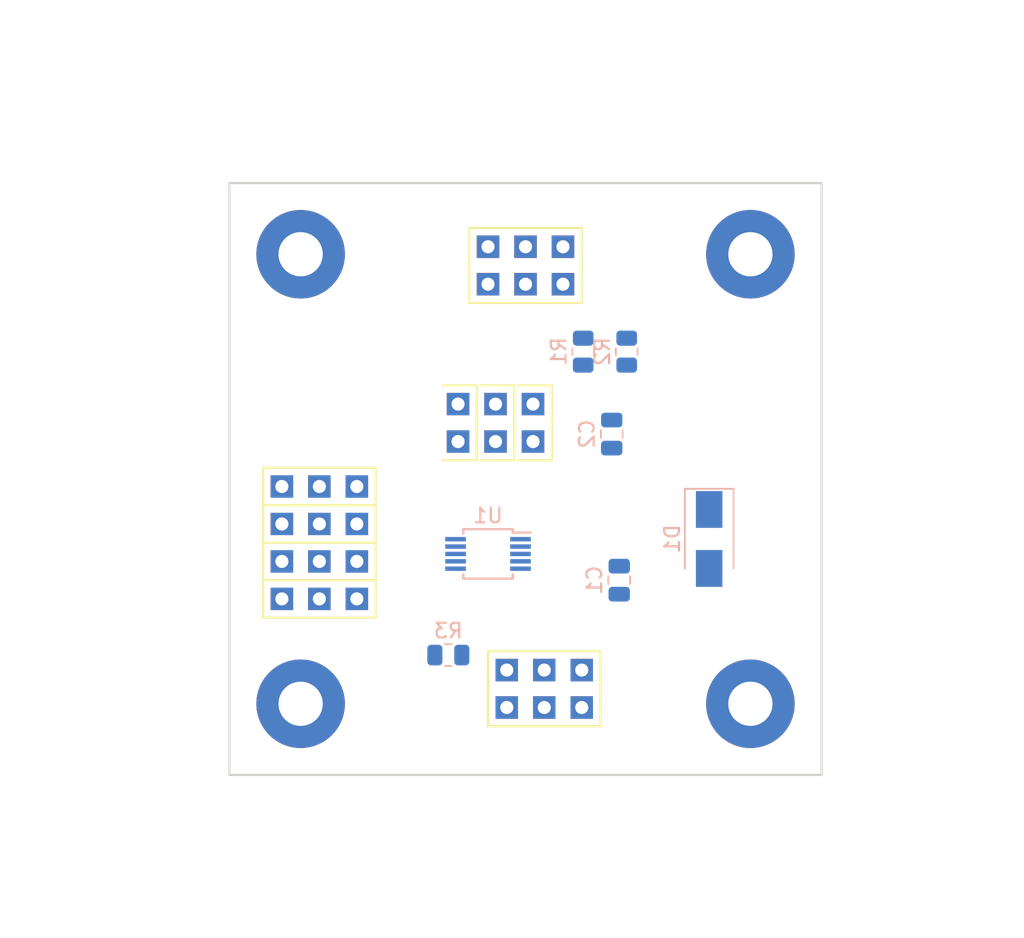
<source format=kicad_pcb>
(kicad_pcb (version 20211014) (generator pcbnew)
  (layers (0 "F.Cu" signal) (31 "B.Cu" signal) (34 "B.Paste" user) (35 "F.Paste" user) (36 "B.SilkS" user "B.Silkscreen") (37 "F.SilkS" user "F.Silkscreen") (38 "B.Mask" user) (39 "F.Mask" user) (44 "Edge.Cuts" user))
  (net 0 "")
  (net 1 "+3V3")
  (net 2 "GND")
  (net 3 "/CH1")
  (net 4 "/CH2")
  (net 5 "/CH3")
  (net 6 "/CH4")
  (net 7 "Net-(J6-Pad3)")
  (net 8 "Net-(J7-Pad1)")
  (net 9 "Net-(J8-Pad1)")
  (net 10 "Net-(J9-Pad1)")
  (footprint "Mlab_Mechanical:MountingHole_3mm" (layer "F.Cu") (at 163.74 89.76)
    (fp_text reference "M2" hide)
    (fp_text value "HOLE M3" hide)
    (pad "1" thru_hole circle (at 0 0) (size 6 6) (drill 3) (layers *.Cu *.Mask) (net 2 "GND") (clearance 1))
  )
  (footprint "Mlab_Mechanical:MountingHole_3mm" (layer "F.Cu") (at 163.74 120.24)
    (fp_text reference "M4" hide)
    (fp_text value "HOLE" hide)
    (pad "1" thru_hole circle (at 0 0) (size 6 6) (drill 3) (layers *.Cu *.Mask) (net 2 "GND") (clearance 1))
  )
  (footprint "Mlab_Pin_Headers:Straight_1x03" (layer "F.Cu") (at 134.53 105.508 90)
    (fp_text reference "J3" hide)
    (fp_text value "HEADER_1x03" hide)
    (fp_line (start 1.27 -3.81) (end 1.27 3.81) (layer "F.SilkS") (width 0.15))
    (fp_line (start -1.27 3.81) (end -1.27 -3.81) (layer "F.SilkS") (width 0.15))
    (fp_line (start 1.27 3.81) (end -1.27 3.81) (layer "F.SilkS") (width 0.15))
    (fp_line (start -1.27 -3.81) (end 1.27 -3.81) (layer "F.SilkS") (width 0.15))
    (pad "1" thru_hole rect (at 0 -2.54 90) (size 1.524 1.524) (drill 0.889) (layers *.Cu *.Mask) (net 2 "GND"))
    (pad "2" thru_hole rect (at 0 0 90) (size 1.524 1.524) (drill 0.889) (layers *.Cu *.Mask) (net 4 "/CH2"))
    (pad "3" thru_hole rect (at 0 2.54 90) (size 1.524 1.524) (drill 0.889) (layers *.Cu *.Mask) (net 2 "GND"))
  )
  (footprint "Mlab_Pin_Headers:Straight_2x03" (layer "F.Cu") (at 149.77 119.224 90)
    (fp_text reference "J6" hide)
    (fp_text value "HEADER_2x03_PARALLEL" hide)
    (fp_line (start 2.54 3.81) (end -2.54 3.81) (layer "F.SilkS") (width 0.15))
    (fp_line (start -2.54 -3.81) (end 2.54 -3.81) (layer "F.SilkS") (width 0.15))
    (fp_line (start -2.54 3.81) (end -2.54 -3.81) (layer "F.SilkS") (width 0.15))
    (fp_line (start 2.54 -3.81) (end 2.54 3.81) (layer "F.SilkS") (width 0.15))
    (pad "1" thru_hole rect (at -1.27 -2.54 90) (size 1.524 1.524) (drill 0.889) (layers *.Cu *.Mask) (net 2 "GND"))
    (pad "2" thru_hole rect (at 1.27 -2.54 90) (size 1.524 1.524) (drill 0.889) (layers *.Cu *.Mask) (net 2 "GND"))
    (pad "3" thru_hole rect (at -1.27 0 90) (size 1.524 1.524) (drill 0.889) (layers *.Cu *.Mask) (net 7 "Net-(J6-Pad3)"))
    (pad "4" thru_hole rect (at 1.27 0 90) (size 1.524 1.524) (drill 0.889) (layers *.Cu *.Mask) (net 7 "Net-(J6-Pad3)"))
    (pad "5" thru_hole rect (at -1.27 2.54 90) (size 1.524 1.524) (drill 0.889) (layers *.Cu *.Mask) (net 2 "GND"))
    (pad "6" thru_hole rect (at 1.27 2.54 90) (size 1.524 1.524) (drill 0.889) (layers *.Cu *.Mask) (net 2 "GND"))
  )
  (footprint "Mlab_Pin_Headers:Straight_1x03" (layer "F.Cu") (at 134.53 108.048 90)
    (fp_text reference "J5" hide)
    (fp_text value "HEADER_1x03" hide)
    (fp_line (start -1.27 -3.81) (end 1.27 -3.81) (layer "F.SilkS") (width 0.15))
    (fp_line (start 1.27 3.81) (end -1.27 3.81) (layer "F.SilkS") (width 0.15))
    (fp_line (start -1.27 3.81) (end -1.27 -3.81) (layer "F.SilkS") (width 0.15))
    (fp_line (start 1.27 -3.81) (end 1.27 3.81) (layer "F.SilkS") (width 0.15))
    (pad "1" thru_hole rect (at 0 -2.54 90) (size 1.524 1.524) (drill 0.889) (layers *.Cu *.Mask) (net 2 "GND"))
    (pad "2" thru_hole rect (at 0 0 90) (size 1.524 1.524) (drill 0.889) (layers *.Cu *.Mask) (net 6 "/CH4"))
    (pad "3" thru_hole rect (at 0 2.54 90) (size 1.524 1.524) (drill 0.889) (layers *.Cu *.Mask) (net 2 "GND"))
  )
  (footprint "Mlab_Pin_Headers:Straight_2x03" (layer "F.Cu") (at 148.5 90.522 -90)
    (fp_text reference "J1" hide)
    (fp_text value "1.6 V to 3.6V" hide)
    (fp_line (start -2.54 3.81) (end -2.54 -3.81) (layer "F.SilkS") (width 0.15))
    (fp_line (start 2.54 -3.81) (end 2.54 3.81) (layer "F.SilkS") (width 0.15))
    (fp_line (start 2.54 3.81) (end -2.54 3.81) (layer "F.SilkS") (width 0.15))
    (fp_line (start -2.54 -3.81) (end 2.54 -3.81) (layer "F.SilkS") (width 0.15))
    (pad "1" thru_hole rect (at -1.27 -2.54 270) (size 1.524 1.524) (drill 0.889) (layers *.Cu *.Mask) (net 2 "GND"))
    (pad "2" thru_hole rect (at 1.27 -2.54 270) (size 1.524 1.524) (drill 0.889) (layers *.Cu *.Mask) (net 2 "GND"))
    (pad "3" thru_hole rect (at -1.27 0 270) (size 1.524 1.524) (drill 0.889) (layers *.Cu *.Mask) (net 1 "+3V3"))
    (pad "4" thru_hole rect (at 1.27 0 270) (size 1.524 1.524) (drill 0.889) (layers *.Cu *.Mask) (net 1 "+3V3"))
    (pad "5" thru_hole rect (at -1.27 2.54 270) (size 1.524 1.524) (drill 0.889) (layers *.Cu *.Mask) (net 2 "GND"))
    (pad "6" thru_hole rect (at 1.27 2.54 270) (size 1.524 1.524) (drill 0.889) (layers *.Cu *.Mask) (net 2 "GND"))
  )
  (footprint "Mlab_Mechanical:MountingHole_3mm" (layer "F.Cu") (at 133.26 120.24)
    (fp_text reference "M3" hide)
    (fp_text value "HOLE" hide)
    (pad "1" thru_hole circle locked (at 0 0) (size 6 6) (drill 3) (layers *.Cu *.Mask) (net 2 "GND") (clearance 1))
  )
  (footprint "Mlab_Pin_Headers:Straight_1x03" (layer "F.Cu") (at 134.53 113.128 90)
    (fp_text reference "J2" hide)
    (fp_text value "HEADER_1x03" hide)
    (fp_line (start -1.27 3.81) (end -1.27 -3.81) (layer "F.SilkS") (width 0.15))
    (fp_line (start -1.27 -3.81) (end 1.27 -3.81) (layer "F.SilkS") (width 0.15))
    (fp_line (start 1.27 3.81) (end -1.27 3.81) (layer "F.SilkS") (width 0.15))
    (fp_line (start 1.27 -3.81) (end 1.27 3.81) (layer "F.SilkS") (width 0.15))
    (pad "1" thru_hole rect (at 0 -2.54 90) (size 1.524 1.524) (drill 0.889) (layers *.Cu *.Mask) (net 2 "GND"))
    (pad "2" thru_hole rect (at 0 0 90) (size 1.524 1.524) (drill 0.889) (layers *.Cu *.Mask) (net 3 "/CH1"))
    (pad "3" thru_hole rect (at 0 2.54 90) (size 1.524 1.524) (drill 0.889) (layers *.Cu *.Mask) (net 2 "GND"))
  )
  (footprint "Mlab_Pin_Headers:Straight_1x03" (layer "F.Cu") (at 134.53 110.588 90)
    (fp_text reference "J4" hide)
    (fp_text value "HEADER_1x03" hide)
    (fp_line (start 1.27 -3.81) (end 1.27 3.81) (layer "F.SilkS") (width 0.15))
    (fp_line (start 1.27 3.81) (end -1.27 3.81) (layer "F.SilkS") (width 0.15))
    (fp_line (start -1.27 -3.81) (end 1.27 -3.81) (layer "F.SilkS") (width 0.15))
    (fp_line (start -1.27 3.81) (end -1.27 -3.81) (layer "F.SilkS") (width 0.15))
    (pad "1" thru_hole rect (at 0 -2.54 90) (size 1.524 1.524) (drill 0.889) (layers *.Cu *.Mask) (net 2 "GND"))
    (pad "2" thru_hole rect (at 0 0 90) (size 1.524 1.524) (drill 0.889) (layers *.Cu *.Mask) (net 5 "/CH3"))
    (pad "3" thru_hole rect (at 0 2.54 90) (size 1.524 1.524) (drill 0.889) (layers *.Cu *.Mask) (net 2 "GND"))
  )
  (footprint "Mlab_Mechanical:MountingHole_3mm" (layer "F.Cu") (at 133.26 89.76)
    (fp_text reference "M1" hide)
    (fp_text value "HOLE M3" hide)
    (pad "1" thru_hole circle locked (at 0 0) (size 6 6) (drill 3) (layers *.Cu *.Mask) (net 2 "GND") (clearance 1))
  )
  (footprint "Mlab_Pin_Headers:Straight_2x01" (layer "F.Cu") (at 149.008 101.19 90)
    (fp_text reference "J9" hide)
    (fp_text value "HEADER_1x02" hide)
    (fp_line (start 2.54 -1.016) (end 2.54 1.27) (layer "F.SilkS") (width 0.15))
    (fp_line (start -2.54 1.27) (end -2.54 -1.016) (layer "F.SilkS") (width 0.15))
    (fp_line (start 2.54 1.27) (end -2.54 1.27) (layer "F.SilkS") (width 0.15))
    (pad "1" thru_hole rect (at -1.27 0 90) (size 1.524 1.524) (drill 0.889) (layers *.Cu *.Mask) (net 10 "Net-(J9-Pad1)"))
    (pad "2" thru_hole rect (at 1.27 0 90) (size 1.524 1.524) (drill 0.889) (layers *.Cu *.Mask) (net 2 "GND"))
  )
  (footprint "Mlab_Pin_Headers:Straight_2x01" (layer "F.Cu") (at 143.928001 101.19 90)
    (fp_text reference "J7" hide)
    (fp_text value "HEADER_1x02" hide)
    (fp_line (start 2.54 1.27) (end -2.54 1.27) (layer "F.SilkS") (width 0.15))
    (fp_line (start 2.54 -1.016) (end 2.54 1.27) (layer "F.SilkS") (width 0.15))
    (fp_line (start -2.54 1.27) (end -2.54 -1.016) (layer "F.SilkS") (width 0.15))
    (pad "1" thru_hole rect (at -1.27 0 90) (size 1.524 1.524) (drill 0.889) (layers *.Cu *.Mask) (net 8 "Net-(J7-Pad1)"))
    (pad "2" thru_hole rect (at 1.27 0 90) (size 1.524 1.524) (drill 0.889) (layers *.Cu *.Mask) (net 2 "GND"))
  )
  (footprint "Mlab_Pin_Headers:Straight_2x01" (layer "F.Cu") (at 146.468 101.19 90)
    (fp_text reference "J8" hide)
    (fp_text value "HEADER_1x02" hide)
    (fp_line (start 2.54 1.27) (end -2.54 1.27) (layer "F.SilkS") (width 0.15))
    (fp_line (start 2.54 -1.016) (end 2.54 1.27) (layer "F.SilkS") (width 0.15))
    (fp_line (start -2.54 1.27) (end -2.54 -1.016) (layer "F.SilkS") (width 0.15))
    (pad "1" thru_hole rect (at -1.27 0 90) (size 1.524 1.524) (drill 0.889) (layers *.Cu *.Mask) (net 9 "Net-(J8-Pad1)"))
    (pad "2" thru_hole rect (at 1.27 0 90) (size 1.524 1.524) (drill 0.889) (layers *.Cu *.Mask) (net 2 "GND"))
  )
  (footprint "Capacitor_SMD:C_0805_2012Metric" (layer "B.Cu") (at 154.85 111.858 -90)
    (fp_text reference "C1" (at 0 1.68 -270) (layer "B.SilkS") (effects (justify mirror)))
    (fp_text value "10uF")
    (fp_line (start -0.261252 -0.735) (end 0.261252 -0.735) (layer "B.SilkS") (width 0.12))
    (fp_line (start -0.261252 0.735) (end 0.261252 0.735) (layer "B.SilkS") (width 0.12))
    (pad "1" smd roundrect (at -0.95 0 270) (size 1 1.45) (layers "B.Cu" "B.Paste" "B.Mask") (net 1 "+3V3"))
    (pad "2" smd roundrect (at 0.95 0 270) (size 1 1.45) (layers "B.Cu" "B.Paste" "B.Mask") (net 2 "GND"))
  )
  (footprint "Diode_SMD:D_SMA" (layer "B.Cu") (at 160.946 109.064 -90)
    (fp_text reference "D1" (at 0 2.5 -270) (layer "B.SilkS") (effects (justify mirror)))
    (fp_text value "BZV55C-5,6V")
    (fp_line (start -3.4 1.65) (end -3.4 -1.65) (layer "B.SilkS") (width 0.12))
    (fp_line (start -3.4 1.65) (end 2 1.65) (layer "B.SilkS") (width 0.12))
    (fp_line (start -3.4 -1.65) (end 2 -1.65) (layer "B.SilkS") (width 0.12))
    (pad "1" smd rect (at -2 0 270) (size 2.5 1.8) (layers "B.Cu" "B.Paste" "B.Mask") (net 1 "+3V3"))
    (pad "2" smd rect (at 2 0 270) (size 2.5 1.8) (layers "B.Cu" "B.Paste" "B.Mask") (net 2 "GND"))
  )
  (footprint "Package_SO:MSOP-10_3x3mm_P0.5mm" (layer "B.Cu") (at 145.96 110.08 180)
    (fp_text reference "U1" (at 0 2.6) (layer "B.SilkS") (effects (justify mirror)))
    (fp_text value "MAX4734EUB+")
    (fp_line (start -1.675 -1.675) (end 1.675 -1.675) (layer "B.SilkS") (width 0.15))
    (fp_line (start -1.675 1.675) (end -1.675 1.45) (layer "B.SilkS") (width 0.15))
    (fp_line (start -1.675 1.45) (end -2.9 1.45) (layer "B.SilkS") (width 0.15))
    (fp_line (start 1.675 1.675) (end 1.675 1.375) (layer "B.SilkS") (width 0.15))
    (fp_line (start 1.675 -1.675) (end 1.675 -1.375) (layer "B.SilkS") (width 0.15))
    (fp_line (start -1.675 1.675) (end 1.675 1.675) (layer "B.SilkS") (width 0.15))
    (fp_line (start -1.675 -1.675) (end -1.675 -1.375) (layer "B.SilkS") (width 0.15))
    (pad "1" smd rect (at -2.2 1 180) (size 1.4 0.3) (layers "B.Cu" "B.Paste" "B.Mask") (net 9 "Net-(J8-Pad1)"))
    (pad "2" smd rect (at -2.2 0.5 180) (size 1.4 0.3) (layers "B.Cu" "B.Paste" "B.Mask") (net 3 "/CH1"))
    (pad "3" smd rect (at -2.2 0 180) (size 1.4 0.3) (layers "B.Cu" "B.Paste" "B.Mask") (net 2 "GND"))
    (pad "4" smd rect (at -2.2 -0.5 180) (size 1.4 0.3) (layers "B.Cu" "B.Paste" "B.Mask") (net 5 "/CH3"))
    (pad "5" smd rect (at -2.2 -1 180) (size 1.4 0.3) (layers "B.Cu" "B.Paste" "B.Mask") (net 10 "Net-(J9-Pad1)"))
    (pad "6" smd rect (at 2.2 -1 180) (size 1.4 0.3) (layers "B.Cu" "B.Paste" "B.Mask") (net 1 "+3V3"))
    (pad "7" smd rect (at 2.2 -0.5 180) (size 1.4 0.3) (layers "B.Cu" "B.Paste" "B.Mask") (net 6 "/CH4"))
    (pad "8" smd rect (at 2.2 0 180) (size 1.4 0.3) (layers "B.Cu" "B.Paste" "B.Mask") (net 7 "Net-(J6-Pad3)"))
    (pad "9" smd rect (at 2.2 0.5 180) (size 1.4 0.3) (layers "B.Cu" "B.Paste" "B.Mask") (net 4 "/CH2"))
    (pad "10" smd rect (at 2.2 1 180) (size 1.4 0.3) (layers "B.Cu" "B.Paste" "B.Mask") (net 8 "Net-(J7-Pad1)"))
  )
  (footprint "Capacitor_SMD:C_0805_2012Metric" (layer "B.Cu") (at 154.342 101.952 -90)
    (fp_text reference "C2" (at 0 1.68 -270) (layer "B.SilkS") (effects (justify mirror)))
    (fp_text value "100nF")
    (fp_line (start -0.261252 -0.735) (end 0.261252 -0.735) (layer "B.SilkS") (width 0.12))
    (fp_line (start -0.261252 0.735) (end 0.261252 0.735) (layer "B.SilkS") (width 0.12))
    (pad "1" smd roundrect (at -0.95 0 270) (size 1 1.45) (layers "B.Cu" "B.Paste" "B.Mask") (net 1 "+3V3"))
    (pad "2" smd roundrect (at 0.95 0 270) (size 1 1.45) (layers "B.Cu" "B.Paste" "B.Mask") (net 2 "GND"))
  )
  (footprint "Resistor_SMD:R_0805_2012Metric" (layer "B.Cu") (at 143.2695 116.938 180)
    (fp_text reference "R3" (at 0 1.65) (layer "B.SilkS") (effects (justify mirror)))
    (fp_text value "10k")
    (fp_line (start -0.227064 -0.735) (end 0.227064 -0.735) (layer "B.SilkS") (width 0.12))
    (fp_line (start -0.227064 0.735) (end 0.227064 0.735) (layer "B.SilkS") (width 0.12))
    (pad "1" smd roundrect (at -0.9125 0 180) (size 1.025 1.4) (layers "B.Cu" "B.Paste" "B.Mask") (roundrect_rratio 0.243902) (net 1 "+3V3"))
    (pad "2" smd roundrect (at 0.9125 0 180) (size 1.025 1.4) (layers "B.Cu" "B.Paste" "B.Mask") (roundrect_rratio 0.243902) (net 8 "Net-(J7-Pad1)"))
  )
  (footprint "Resistor_SMD:R_0805_2012Metric" (layer "B.Cu") (at 152.408 96.364 -90)
    (fp_text reference "R1" (at 0 1.65 90) (layer "B.SilkS") (effects (justify mirror)))
    (fp_text value "10k")
    (fp_line (start -0.227064 0.735) (end 0.227064 0.735) (layer "B.SilkS") (width 0.12))
    (fp_line (start -0.227064 -0.735) (end 0.227064 -0.735) (layer "B.SilkS") (width 0.12))
    (pad "1" smd roundrect (at -0.9125 0 270) (size 1.025 1.4) (layers "B.Cu" "B.Paste" "B.Mask") (roundrect_rratio 0.243902) (net 1 "+3V3"))
    (pad "2" smd roundrect (at 0.9125 0 270) (size 1.025 1.4) (layers "B.Cu" "B.Paste" "B.Mask") (roundrect_rratio 0.243902) (net 10 "Net-(J9-Pad1)"))
  )
  (footprint "Resistor_SMD:R_0805_2012Metric" (layer "B.Cu") (at 155.358 96.364 -90)
    (fp_text reference "R2" (at 0 1.65 90) (layer "B.SilkS") (effects (justify mirror)))
    (fp_text value "10k")
    (fp_line (start -0.227064 0.735) (end 0.227064 0.735) (layer "B.SilkS") (width 0.12))
    (fp_line (start -0.227064 -0.735) (end 0.227064 -0.735) (layer "B.SilkS") (width 0.12))
    (pad "1" smd roundrect (at -0.9125 0 270) (size 1.025 1.4) (layers "B.Cu" "B.Paste" "B.Mask") (roundrect_rratio 0.243902) (net 1 "+3V3"))
    (pad "2" smd roundrect (at 0.9125 0 270) (size 1.025 1.4) (layers "B.Cu" "B.Paste" "B.Mask") (roundrect_rratio 0.243902) (net 9 "Net-(J8-Pad1)"))
  )
  (gr_rect (start 128.434 84.934) (end 168.566 125.066) (layer "Edge.Cuts") (width 0.15) (fill none))
)
</source>
